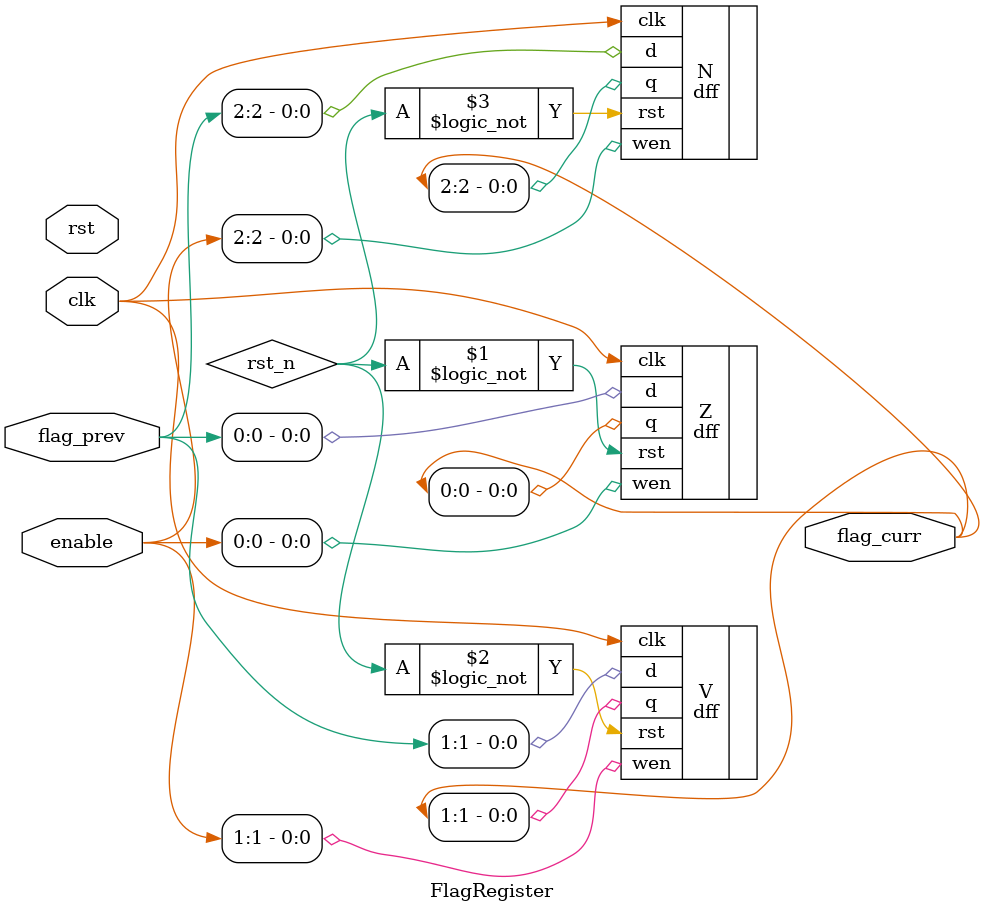
<source format=v>
module FlagRegister (

    input clk, rst,
    input [2:0] flag_prev, enable,
    output reg [2:0] flag_curr,

);


    dff Z ( .q(flag_curr[0]), .d(flag_prev[0]), .wen(enable[0]), .clk(clk), .rst(!rst_n));
    dff V ( .q(flag_curr[1]), .d(flag_prev[1]), .wen(enable[1]), .clk(clk), .rst(!rst_n));
    dff N ( .q(flag_curr[2]), .d(flag_prev[2]), .wen(enable[2]), .clk(clk), .rst(!rst_n));



endmodule
</source>
